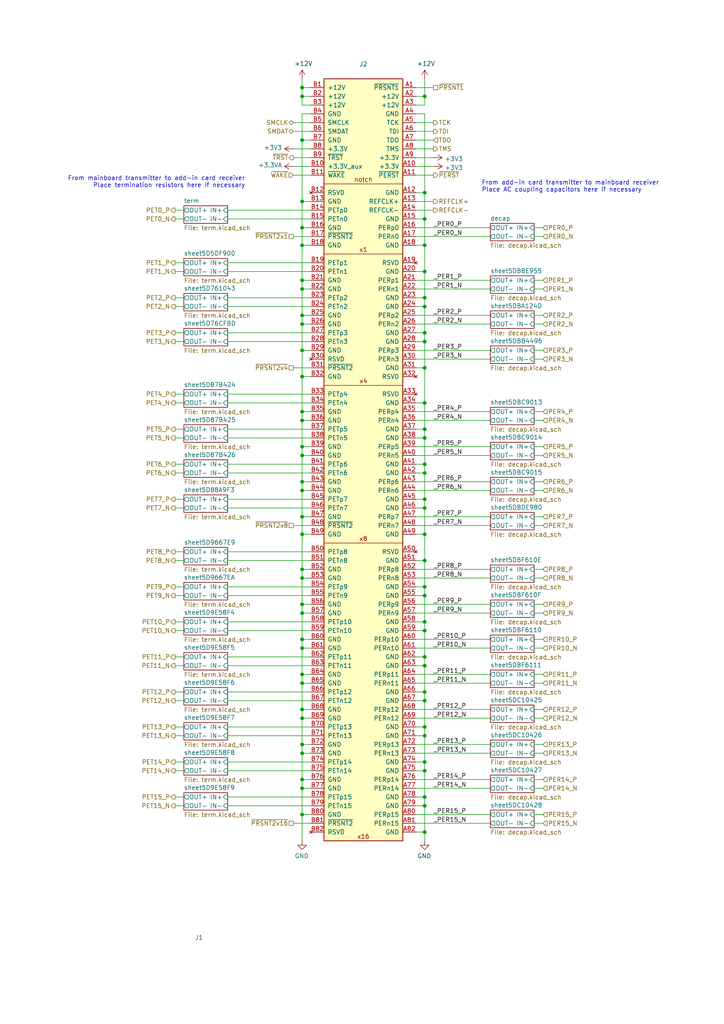
<source format=kicad_sch>
(kicad_sch (version 20211123) (generator eeschema)
  (paper "A4" portrait)
  (title_block (title "PCIexpress_x16_low") (company "Author: Luca Anastasio"))
  (lib_symbols
    (symbol "PCIexpress:PCIexpress_bracket" (pin_names (offset 1.016))
      (property "Reference" "J" (at 0 0 0))
      (property "Value" "PCIexpress_bracket" (at 0 0 0))
    )
    (symbol "PCIexpress:PCIexpress_x16" (pin_names (offset 1.016))
      (property "Reference" "J" (at 0 3.81 0))
      (property "Value" "PCIexpress_x16" (at 0 1.27 0))
      (symbol "PCIexpress_x16_0_0"
        (polyline (pts (xy 11.43 -134.62) (xy -11.43 -134.62)))
        (polyline (pts (xy 11.43 -88.9) (xy -11.43 -88.9)))
        (text "x16" (at 0 -219.71 0) (effects (font (size 1.27 1.27))))
        (text "x4" (at 0 -87.63 0) (effects (font (size 1.27 1.27))))
        (text "x8" (at 0 -133.35 0) (effects (font (size 1.27 1.27))))
      )
      (symbol "PCIexpress_x16_1_1"
        (polyline (pts (xy 11.43 -50.8) (xy -11.43 -50.8)))
        (polyline (pts (xy 11.43 -30.48) (xy -11.43 -30.48)))
        (rectangle (start 11.43 0) (end -11.43 -220.98) (stroke (width 0.254)) (fill (type background)))
        (text "notch" (at 0 -29.21 0) (effects (font (size 1.27 1.27))))
        (text "x1" (at 0 -49.53 0) (effects (font (size 1.27 1.27))))
        (pin passive line (at 15.24 -2.54 180) (length 3.81) (name "~{PRSNT1}") (number "A1"))
        (pin power_out line (at 15.24 -25.4 180) (length 3.81) (name "+3.3V") (number "A10"))
        (pin output line (at 15.24 -27.94 180) (length 3.81) (name "~{PERST}") (number "A11"))
        (pin power_out line (at 15.24 -33.02 180) (length 3.81) (name "GND") (number "A12"))
        (pin output line (at 15.24 -35.56 180) (length 3.81) (name "REFCLK+") (number "A13"))
        (pin output line (at 15.24 -38.1 180) (length 3.81) (name "REFCLK-") (number "A14"))
        (pin power_out line (at 15.24 -40.64 180) (length 3.81) (name "GND") (number "A15"))
        (pin input line (at 15.24 -43.18 180) (length 3.81) (name "PERp0") (number "A16"))
        (pin input line (at 15.24 -45.72 180) (length 3.81) (name "PERn0") (number "A17"))
        (pin power_out line (at 15.24 -48.26 180) (length 3.81) (name "GND") (number "A18"))
        (pin no_connect line (at 15.24 -53.34 180) (length 3.81) (name "RSVD") (number "A19"))
        (pin power_out line (at 15.24 -5.08 180) (length 3.81) (name "+12V") (number "A2"))
        (pin power_out line (at 15.24 -55.88 180) (length 3.81) (name "GND") (number "A20"))
        (pin input line (at 15.24 -58.42 180) (length 3.81) (name "PERp1") (number "A21"))
        (pin input line (at 15.24 -60.96 180) (length 3.81) (name "PERn1") (number "A22"))
        (pin power_out line (at 15.24 -63.5 180) (length 3.81) (name "GND") (number "A23"))
        (pin power_out line (at 15.24 -66.04 180) (length 3.81) (name "GND") (number "A24"))
        (pin input line (at 15.24 -68.58 180) (length 3.81) (name "PERp2") (number "A25"))
        (pin input line (at 15.24 -71.12 180) (length 3.81) (name "PERn2") (number "A26"))
        (pin power_out line (at 15.24 -73.66 180) (length 3.81) (name "GND") (number "A27"))
        (pin power_out line (at 15.24 -76.2 180) (length 3.81) (name "GND") (number "A28"))
        (pin input line (at 15.24 -78.74 180) (length 3.81) (name "PERp3") (number "A29"))
        (pin power_out line (at 15.24 -7.62 180) (length 3.81) (name "+12V") (number "A3"))
        (pin input line (at 15.24 -81.28 180) (length 3.81) (name "PERn3") (number "A30"))
        (pin power_out line (at 15.24 -83.82 180) (length 3.81) (name "GND") (number "A31"))
        (pin no_connect line (at 15.24 -86.36 180) (length 3.81) (name "RSVD") (number "A32"))
        (pin no_connect line (at 15.24 -91.44 180) (length 3.81) (name "RSVD") (number "A33"))
        (pin power_out line (at 15.24 -93.98 180) (length 3.81) (name "GND") (number "A34"))
        (pin input line (at 15.24 -96.52 180) (length 3.81) (name "PERp4") (number "A35"))
        (pin input line (at 15.24 -99.06 180) (length 3.81) (name "PERn4") (number "A36"))
        (pin power_out line (at 15.24 -101.6 180) (length 3.81) (name "GND") (number "A37"))
        (pin power_out line (at 15.24 -104.14 180) (length 3.81) (name "GND") (number "A38"))
        (pin input line (at 15.24 -106.68 180) (length 3.81) (name "PERp5") (number "A39"))
        (pin power_out line (at 15.24 -10.16 180) (length 3.81) (name "GND") (number "A4"))
        (pin input line (at 15.24 -109.22 180) (length 3.81) (name "PERn5") (number "A40"))
        (pin power_out line (at 15.24 -111.76 180) (length 3.81) (name "GND") (number "A41"))
        (pin power_out line (at 15.24 -114.3 180) (length 3.81) (name "GND") (number "A42"))
        (pin input line (at 15.24 -116.84 180) (length 3.81) (name "PERp6") (number "A43"))
        (pin input line (at 15.24 -119.38 180) (length 3.81) (name "PERn6") (number "A44"))
        (pin power_out line (at 15.24 -121.92 180) (length 3.81) (name "GND") (number "A45"))
        (pin power_out line (at 15.24 -124.46 180) (length 3.81) (name "GND") (number "A46"))
        (pin input line (at 15.24 -127 180) (length 3.81) (name "PERp7") (number "A47"))
        (pin input line (at 15.24 -129.54 180) (length 3.81) (name "PERn7") (number "A48"))
        (pin power_out line (at 15.24 -132.08 180) (length 3.81) (name "GND") (number "A49"))
        (pin output line (at 15.24 -12.7 180) (length 3.81) (name "TCK") (number "A5"))
        (pin no_connect line (at 15.24 -137.16 180) (length 3.81) (name "RSVD") (number "A50"))
        (pin power_out line (at 15.24 -139.7 180) (length 3.81) (name "GND") (number "A51"))
        (pin input line (at 15.24 -142.24 180) (length 3.81) (name "PERp8") (number "A52"))
        (pin input line (at 15.24 -144.78 180) (length 3.81) (name "PERn8") (number "A53"))
        (pin power_out line (at 15.24 -147.32 180) (length 3.81) (name "GND") (number "A54"))
        (pin power_out line (at 15.24 -149.86 180) (length 3.81) (name "GND") (number "A55"))
        (pin input line (at 15.24 -152.4 180) (length 3.81) (name "PERp9") (number "A56"))
        (pin input line (at 15.24 -154.94 180) (length 3.81) (name "PERn9") (number "A57"))
        (pin power_out line (at 15.24 -157.48 180) (length 3.81) (name "GND") (number "A58"))
        (pin power_out line (at 15.24 -160.02 180) (length 3.81) (name "GND") (number "A59"))
        (pin output line (at 15.24 -15.24 180) (length 3.81) (name "TDI") (number "A6"))
        (pin input line (at 15.24 -162.56 180) (length 3.81) (name "PERp10") (number "A60"))
        (pin input line (at 15.24 -165.1 180) (length 3.81) (name "PERn10") (number "A61"))
        (pin power_out line (at 15.24 -167.64 180) (length 3.81) (name "GND") (number "A62"))
        (pin power_out line (at 15.24 -170.18 180) (length 3.81) (name "GND") (number "A63"))
        (pin input line (at 15.24 -172.72 180) (length 3.81) (name "PERp11") (number "A64"))
        (pin input line (at 15.24 -175.26 180) (length 3.81) (name "PERn11") (number "A65"))
        (pin power_out line (at 15.24 -177.8 180) (length 3.81) (name "GND") (number "A66"))
        (pin power_out line (at 15.24 -180.34 180) (length 3.81) (name "GND") (number "A67"))
        (pin input line (at 15.24 -182.88 180) (length 3.81) (name "PERp12") (number "A68"))
        (pin input line (at 15.24 -185.42 180) (length 3.81) (name "PERn12") (number "A69"))
        (pin input line (at 15.24 -17.78 180) (length 3.81) (name "TDO") (number "A7"))
        (pin power_out line (at 15.24 -187.96 180) (length 3.81) (name "GND") (number "A70"))
        (pin power_out line (at 15.24 -190.5 180) (length 3.81) (name "GND") (number "A71"))
        (pin input line (at 15.24 -193.04 180) (length 3.81) (name "PERp13") (number "A72"))
        (pin input line (at 15.24 -195.58 180) (length 3.81) (name "PERn13") (number "A73"))
        (pin power_out line (at 15.24 -198.12 180) (length 3.81) (name "GND") (number "A74"))
        (pin power_out line (at 15.24 -200.66 180) (length 3.81) (name "GND") (number "A75"))
        (pin input line (at 15.24 -203.2 180) (length 3.81) (name "PERp14") (number "A76"))
        (pin input line (at 15.24 -205.74 180) (length 3.81) (name "PERn14") (number "A77"))
        (pin power_out line (at 15.24 -208.28 180) (length 3.81) (name "GND") (number "A78"))
        (pin power_out line (at 15.24 -210.82 180) (length 3.81) (name "GND") (number "A79"))
        (pin output line (at 15.24 -20.32 180) (length 3.81) (name "TMS") (number "A8"))
        (pin input line (at 15.24 -213.36 180) (length 3.81) (name "PERp15") (number "A80"))
        (pin input line (at 15.24 -215.9 180) (length 3.81) (name "PERn15") (number "A81"))
        (pin power_out line (at 15.24 -218.44 180) (length 3.81) (name "GND") (number "A82"))
        (pin power_out line (at 15.24 -22.86 180) (length 3.81) (name "+3.3V") (number "A9"))
        (pin power_out line (at -15.24 -2.54 0) (length 3.81) (name "+12V") (number "B1"))
        (pin power_out line (at -15.24 -25.4 0) (length 3.81) (name "+3.3V_aux") (number "B10"))
        (pin open_collector line (at -15.24 -27.94 0) (length 3.81) (name "~{WAKE}") (number "B11"))
        (pin no_connect line (at -15.24 -33.02 0) (length 3.81) (name "RSVD") (number "B12"))
        (pin power_out line (at -15.24 -35.56 0) (length 3.81) (name "GND") (number "B13"))
        (pin output line (at -15.24 -38.1 0) (length 3.81) (name "PETp0") (number "B14"))
        (pin output line (at -15.24 -40.64 0) (length 3.81) (name "PETn0") (number "B15"))
        (pin power_out line (at -15.24 -43.18 0) (length 3.81) (name "GND") (number "B16"))
        (pin passive line (at -15.24 -45.72 0) (length 3.81) (name "~{PRSNT2}") (number "B17"))
        (pin power_out line (at -15.24 -48.26 0) (length 3.81) (name "GND") (number "B18"))
        (pin output line (at -15.24 -53.34 0) (length 3.81) (name "PETp1") (number "B19"))
        (pin power_out line (at -15.24 -5.08 0) (length 3.81) (name "+12V") (number "B2"))
        (pin output line (at -15.24 -55.88 0) (length 3.81) (name "PETn1") (number "B20"))
        (pin power_out line (at -15.24 -58.42 0) (length 3.81) (name "GND") (number "B21"))
        (pin power_out line (at -15.24 -60.96 0) (length 3.81) (name "GND") (number "B22"))
        (pin output line (at -15.24 -63.5 0) (length 3.81) (name "PETp2") (number "B23"))
        (pin output line (at -15.24 -66.04 0) (length 3.81) (name "PETn2") (number "B24"))
        (pin power_out line (at -15.24 -68.58 0) (length 3.81) (name "GND") (number "B25"))
        (pin power_out line (at -15.24 -71.12 0) (length 3.81) (name "GND") (number "B26"))
        (pin output line (at -15.24 -73.66 0) (length 3.81) (name "PETp3") (number "B27"))
        (pin output line (at -15.24 -76.2 0) (length 3.81) (name "PETn3") (number "B28"))
        (pin power_out line (at -15.24 -78.74 0) (length 3.81) (name "GND") (number "B29"))
        (pin power_out line (at -15.24 -7.62 0) (length 3.81) (name "+12V") (number "B3"))
        (pin no_connect line (at -15.24 -81.28 0) (length 3.81) (name "RSVD") (number "B30"))
        (pin passive line (at -15.24 -83.82 0) (length 3.81) (name "~{PRSNT2}") (number "B31"))
        (pin power_out line (at -15.24 -86.36 0) (length 3.81) (name "GND") (number "B32"))
        (pin output line (at -15.24 -91.44 0) (length 3.81) (name "PETp4") (number "B33"))
        (pin output line (at -15.24 -93.98 0) (length 3.81) (name "PETn4") (number "B34"))
        (pin power_out line (at -15.24 -96.52 0) (length 3.81) (name "GND") (number "B35"))
        (pin power_out line (at -15.24 -99.06 0) (length 3.81) (name "GND") (number "B36"))
        (pin output line (at -15.24 -101.6 0) (length 3.81) (name "PETp5") (number "B37"))
        (pin output line (at -15.24 -104.14 0) (length 3.81) (name "PETn5") (number "B38"))
        (pin power_out line (at -15.24 -106.68 0) (length 3.81) (name "GND") (number "B39"))
        (pin power_out line (at -15.24 -10.16 0) (length 3.81) (name "GND") (number "B4"))
        (pin power_out line (at -15.24 -109.22 0) (length 3.81) (name "GND") (number "B40"))
        (pin output line (at -15.24 -111.76 0) (length 3.81) (name "PETp6") (number "B41"))
        (pin output line (at -15.24 -114.3 0) (length 3.81) (name "PETn6") (number "B42"))
        (pin power_out line (at -15.24 -116.84 0) (length 3.81) (name "GND") (number "B43"))
        (pin power_out line (at -15.24 -119.38 0) (length 3.81) (name "GND") (number "B44"))
        (pin output line (at -15.24 -121.92 0) (length 3.81) (name "PETp7") (number "B45"))
        (pin output line (at -15.24 -124.46 0) (length 3.81) (name "PETn7") (number "B46"))
        (pin power_out line (at -15.24 -127 0) (length 3.81) (name "GND") (number "B47"))
        (pin passive line (at -15.24 -129.54 0) (length 3.81) (name "~{PRSNT2}") (number "B48"))
        (pin power_out line (at -15.24 -132.08 0) (length 3.81) (name "GND") (number "B49"))
        (pin open_collector line (at -15.24 -12.7 0) (length 3.81) (name "SMCLK") (number "B5"))
        (pin output line (at -15.24 -137.16 0) (length 3.81) (name "PETp8") (number "B50"))
        (pin output line (at -15.24 -139.7 0) (length 3.81) (name "PETn8") (number "B51"))
        (pin power_out line (at -15.24 -142.24 0) (length 3.81) (name "GND") (number "B52"))
        (pin power_out line (at -15.24 -144.78 0) (length 3.81) (name "GND") (number "B53"))
        (pin output line (at -15.24 -147.32 0) (length 3.81) (name "PETp9") (number "B54"))
        (pin output line (at -15.24 -149.86 0) (length 3.81) (name "PETn9") (number "B55"))
        (pin power_out line (at -15.24 -152.4 0) (length 3.81) (name "GND") (number "B56"))
        (pin power_out line (at -15.24 -154.94 0) (length 3.81) (name "GND") (number "B57"))
        (pin output line (at -15.24 -157.48 0) (length 3.81) (name "PETp10") (number "B58"))
        (pin output line (at -15.24 -160.02 0) (length 3.81) (name "PETn10") (number "B59"))
        (pin open_collector line (at -15.24 -15.24 0) (length 3.81) (name "SMDAT") (number "B6"))
        (pin power_out line (at -15.24 -162.56 0) (length 3.81) (name "GND") (number "B60"))
        (pin power_out line (at -15.24 -165.1 0) (length 3.81) (name "GND") (number "B61"))
        (pin output line (at -15.24 -167.64 0) (length 3.81) (name "PETp11") (number "B62"))
        (pin output line (at -15.24 -170.18 0) (length 3.81) (name "PETn11") (number "B63"))
        (pin power_out line (at -15.24 -172.72 0) (length 3.81) (name "GND") (number "B64"))
        (pin power_out line (at -15.24 -175.26 0) (length 3.81) (name "GND") (number "B65"))
        (pin output line (at -15.24 -177.8 0) (length 3.81) (name "PETp12") (number "B66"))
        (pin output line (at -15.24 -180.34 0) (length 3.81) (name "PETn12") (number "B67"))
        (pin power_out line (at -15.24 -182.88 0) (length 3.81) (name "GND") (number "B68"))
        (pin power_out line (at -15.24 -185.42 0) (length 3.81) (name "GND") (number "B69"))
        (pin power_out line (at -15.24 -17.78 0) (length 3.81) (name "GND") (number "B7"))
        (pin output line (at -15.24 -187.96 0) (length 3.81) (name "PETp13") (number "B70"))
        (pin output line (at -15.24 -190.5 0) (length 3.81) (name "PETn13") (number "B71"))
        (pin power_out line (at -15.24 -193.04 0) (length 3.81) (name "GND") (number "B72"))
        (pin power_out line (at -15.24 -195.58 0) (length 3.81) (name "GND") (number "B73"))
        (pin output line (at -15.24 -198.12 0) (length 3.81) (name "PETp14") (number "B74"))
        (pin output line (at -15.24 -200.66 0) (length 3.81) (name "PETn14") (number "B75"))
        (pin power_out line (at -15.24 -203.2 0) (length 3.81) (name "GND") (number "B76"))
        (pin power_out line (at -15.24 -205.74 0) (length 3.81) (name "GND") (number "B77"))
        (pin output line (at -15.24 -208.28 0) (length 3.81) (name "PETp15") (number "B78"))
        (pin output line (at -15.24 -210.82 0) (length 3.81) (name "PETn15") (number "B79"))
        (pin power_out line (at -15.24 -20.32 0) (length 3.81) (name "+3.3V") (number "B8"))
        (pin power_out line (at -15.24 -213.36 0) (length 3.81) (name "GND") (number "B80"))
        (pin passive line (at -15.24 -215.9 0) (length 3.81) (name "~{PRSNT2}") (number "B81"))
        (pin no_connect line (at -15.24 -218.44 0) (length 3.81) (name "RSVD") (number "B82"))
        (pin output line (at -15.24 -22.86 0) (length 3.81) (name "~{TRST}") (number "B9"))
      )
    )
    (symbol "power:+12V" (power) (pin_names (offset 0))
      (property "Value" "+12V" (at 0 3.556 0))
      (symbol "+12V_0_1"
        (polyline (pts (xy -0.762 1.27) (xy 0 2.54)))
        (polyline (pts (xy 0 0) (xy 0 2.54)))
        (polyline (pts (xy 0 2.54) (xy 0.762 1.27)))
      )
      (symbol "+12V_1_1"
        (pin power_in line (at 0 0 90) (length 0) hide (name "+12V") (number "1"))
      )
    )
    (symbol "power:+3.3V" (power) (pin_names (offset 0))
      (property "Value" "+3.3V" (at 0 3.556 0))
      (symbol "+3.3V_0_1"
        (polyline (pts (xy -0.762 1.27) (xy 0 2.54)))
        (polyline (pts (xy 0 0) (xy 0 2.54)))
        (polyline (pts (xy 0 2.54) (xy 0.762 1.27)))
      )
      (symbol "+3.3V_1_1"
        (pin power_in line (at 0 0 90) (length 0) hide (name "+3V3") (number "1"))
      )
    )
    (symbol "power:+3.3VA" (power) (pin_names (offset 0))
      (property "Value" "+3.3VA" (at 0 3.556 0))
      (symbol "+3.3VA_0_1"
        (polyline (pts (xy -0.762 1.27) (xy 0 2.54)))
        (polyline (pts (xy 0 0) (xy 0 2.54)))
        (polyline (pts (xy 0 2.54) (xy 0.762 1.27)))
      )
      (symbol "+3.3VA_1_1"
        (pin power_in line (at 0 0 90) (length 0) hide (name "+3.3VA") (number "1"))
      )
    )
    (symbol "power:GND" (power) (pin_names (offset 0))
      (property "Value" "GND" (at 0 -3.81 0))
      (symbol "GND_0_1"
        (polyline (pts (xy 0 0) (xy 0 -1.27) (xy 1.27 -1.27) (xy 0 -2.54) (xy -1.27 -1.27) (xy 0 -1.27)))
      )
      (symbol "GND_1_1"
        (pin power_in line (at 0 0 270) (length 0) hide (name "GND") (number "1"))
      )
    )
  )
  (junction (at 123.19 233.68))
  (junction (at 87.63 236.22))
  (junction (at 123.19 170.18))
  (junction (at 123.19 99.06))
  (junction (at 123.19 96.52))
  (junction (at 87.63 149.86))
  (junction (at 123.19 71.12))
  (junction (at 123.19 231.14))
  (junction (at 123.19 203.2))
  (junction (at 87.63 40.64))
  (junction (at 123.19 190.5))
  (junction (at 123.19 127))
  (junction (at 123.19 124.46))
  (junction (at 87.63 177.8))
  (junction (at 87.63 109.22))
  (junction (at 87.63 81.28))
  (junction (at 123.19 172.72))
  (junction (at 87.63 198.12))
  (junction (at 87.63 208.28))
  (junction (at 123.19 154.94))
  (junction (at 123.19 55.88))
  (junction (at 123.19 106.68))
  (junction (at 87.63 25.4))
  (junction (at 123.19 27.94))
  (junction (at 123.19 210.82))
  (junction (at 87.63 139.7))
  (junction (at 87.63 27.94))
  (junction (at 87.63 187.96))
  (junction (at 87.63 226.06))
  (junction (at 87.63 132.08))
  (junction (at 123.19 241.3))
  (junction (at 87.63 58.42))
  (junction (at 123.19 200.66))
  (junction (at 87.63 205.74))
  (junction (at 123.19 223.52))
  (junction (at 87.63 185.42))
  (junction (at 87.63 175.26))
  (junction (at 87.63 215.9))
  (junction (at 123.19 147.32))
  (junction (at 123.19 116.84))
  (junction (at 87.63 91.44))
  (junction (at 123.19 182.88))
  (junction (at 87.63 121.92))
  (junction (at 123.19 180.34))
  (junction (at 87.63 218.44))
  (junction (at 87.63 119.38))
  (junction (at 87.63 129.54))
  (junction (at 123.19 193.04))
  (junction (at 87.63 167.64))
  (junction (at 123.19 162.56))
  (junction (at 123.19 86.36))
  (junction (at 87.63 93.98))
  (junction (at 87.63 165.1))
  (junction (at 123.19 220.98))
  (junction (at 87.63 101.6))
  (junction (at 123.19 144.78))
  (junction (at 87.63 83.82))
  (junction (at 87.63 142.24))
  (junction (at 123.19 134.62))
  (junction (at 123.19 88.9))
  (junction (at 123.19 213.36))
  (junction (at 87.63 228.6))
  (junction (at 87.63 71.12))
  (junction (at 123.19 63.5))
  (junction (at 123.19 137.16))
  (junction (at 87.63 195.58))
  (junction (at 123.19 78.74))
  (junction (at 87.63 154.94))
  (junction (at 87.63 66.04))
  (wire (pts (xy 120.65 132.08) (xy 142.24 132.08)))
  (wire (pts (xy 90.17 198.12) (xy 87.63 198.12)))
  (wire (pts (xy 66.04 180.34) (xy 90.17 180.34)))
  (wire (pts (xy 120.65 142.24) (xy 142.24 142.24)))
  (wire (pts (xy 154.94 205.74) (xy 157.48 205.74)))
  (wire (pts (xy 90.17 165.1) (xy 87.63 165.1)))
  (wire (pts (xy 50.8 203.2) (xy 53.34 203.2)))
  (wire (pts (xy 87.63 109.22) (xy 87.63 101.6)))
  (wire (pts (xy 123.19 78.74) (xy 123.19 86.36)))
  (wire (pts (xy 154.94 121.92) (xy 157.48 121.92)))
  (wire (pts (xy 123.19 223.52) (xy 123.19 231.14)))
  (wire (pts (xy 66.04 144.78) (xy 90.17 144.78)))
  (wire (pts (xy 120.65 147.32) (xy 123.19 147.32)))
  (wire (pts (xy 154.94 66.04) (xy 157.48 66.04)))
  (wire (pts (xy 120.65 60.96) (xy 125.73 60.96)))
  (wire (pts (xy 90.17 109.22) (xy 87.63 109.22)))
  (wire (pts (xy 123.19 96.52) (xy 123.19 99.06)))
  (wire (pts (xy 85.09 43.18) (xy 90.17 43.18)))
  (wire (pts (xy 154.94 195.58) (xy 157.48 195.58)))
  (wire (pts (xy 90.17 195.58) (xy 87.63 195.58)))
  (wire (pts (xy 154.94 152.4) (xy 157.48 152.4)))
  (wire (pts (xy 90.17 81.28) (xy 87.63 81.28)))
  (wire (pts (xy 123.19 213.36) (xy 123.19 220.98)))
  (wire (pts (xy 50.8 223.52) (xy 53.34 223.52)))
  (wire (pts (xy 66.04 190.5) (xy 90.17 190.5)))
  (wire (pts (xy 87.63 129.54) (xy 87.63 121.92)))
  (wire (pts (xy 123.19 193.04) (xy 123.19 200.66)))
  (wire (pts (xy 154.94 228.6) (xy 157.48 228.6)))
  (wire (pts (xy 87.63 195.58) (xy 87.63 187.96)))
  (wire (pts (xy 120.65 40.64) (xy 125.73 40.64)))
  (wire (pts (xy 87.63 93.98) (xy 87.63 91.44)))
  (wire (pts (xy 90.17 187.96) (xy 87.63 187.96)))
  (wire (pts (xy 50.8 182.88) (xy 53.34 182.88)))
  (wire (pts (xy 50.8 231.14) (xy 53.34 231.14)))
  (wire (pts (xy 50.8 116.84) (xy 53.34 116.84)))
  (wire (pts (xy 87.63 91.44) (xy 87.63 83.82)))
  (wire (pts (xy 123.19 33.02) (xy 123.19 55.88)))
  (wire (pts (xy 120.65 127) (xy 123.19 127)))
  (wire (pts (xy 154.94 198.12) (xy 157.48 198.12)))
  (wire (pts (xy 120.65 91.44) (xy 142.24 91.44)))
  (wire (pts (xy 87.63 226.06) (xy 87.63 218.44)))
  (wire (pts (xy 123.19 172.72) (xy 123.19 180.34)))
  (wire (pts (xy 120.65 236.22) (xy 142.24 236.22)))
  (wire (pts (xy 66.04 63.5) (xy 90.17 63.5)))
  (wire (pts (xy 154.94 83.82) (xy 157.48 83.82)))
  (wire (pts (xy 87.63 81.28) (xy 87.63 71.12)))
  (wire (pts (xy 120.65 149.86) (xy 142.24 149.86)))
  (wire (pts (xy 66.04 76.2) (xy 90.17 76.2)))
  (wire (pts (xy 87.63 66.04) (xy 87.63 58.42)))
  (wire (pts (xy 120.65 210.82) (xy 123.19 210.82)))
  (wire (pts (xy 85.09 48.26) (xy 90.17 48.26)))
  (wire (pts (xy 120.65 43.18) (xy 125.73 43.18)))
  (wire (pts (xy 154.94 68.58) (xy 157.48 68.58)))
  (wire (pts (xy 87.63 228.6) (xy 87.63 226.06)))
  (wire (pts (xy 90.17 149.86) (xy 87.63 149.86)))
  (wire (pts (xy 120.65 116.84) (xy 123.19 116.84)))
  (wire (pts (xy 90.17 58.42) (xy 87.63 58.42)))
  (wire (pts (xy 90.17 71.12) (xy 87.63 71.12)))
  (wire (pts (xy 66.04 116.84) (xy 90.17 116.84)))
  (wire (pts (xy 90.17 83.82) (xy 87.63 83.82)))
  (wire (pts (xy 154.94 238.76) (xy 157.48 238.76)))
  (wire (pts (xy 123.19 154.94) (xy 123.19 162.56)))
  (wire (pts (xy 120.65 198.12) (xy 142.24 198.12)))
  (wire (pts (xy 120.65 55.88) (xy 123.19 55.88)))
  (wire (pts (xy 50.8 172.72) (xy 53.34 172.72)))
  (wire (pts (xy 120.65 205.74) (xy 142.24 205.74)))
  (wire (pts (xy 90.17 177.8) (xy 87.63 177.8)))
  (wire (pts (xy 85.09 38.1) (xy 90.17 38.1)))
  (wire (pts (xy 123.19 233.68) (xy 123.19 241.3)))
  (wire (pts (xy 120.65 226.06) (xy 142.24 226.06)))
  (wire (pts (xy 154.94 215.9) (xy 157.48 215.9)))
  (wire (pts (xy 66.04 213.36) (xy 90.17 213.36)))
  (wire (pts (xy 154.94 185.42) (xy 157.48 185.42)))
  (wire (pts (xy 120.65 68.58) (xy 142.24 68.58)))
  (wire (pts (xy 120.65 134.62) (xy 123.19 134.62)))
  (wire (pts (xy 120.65 187.96) (xy 142.24 187.96)))
  (wire (pts (xy 154.94 187.96) (xy 157.48 187.96)))
  (wire (pts (xy 120.65 119.38) (xy 142.24 119.38)))
  (wire (pts (xy 90.17 68.58) (xy 85.09 68.58)))
  (wire (pts (xy 90.17 218.44) (xy 87.63 218.44)))
  (wire (pts (xy 154.94 101.6) (xy 157.48 101.6)))
  (wire (pts (xy 90.17 175.26) (xy 87.63 175.26)))
  (wire (pts (xy 120.65 124.46) (xy 123.19 124.46)))
  (wire (pts (xy 154.94 167.64) (xy 157.48 167.64)))
  (wire (pts (xy 87.63 154.94) (xy 87.63 149.86)))
  (wire (pts (xy 123.19 231.14) (xy 123.19 233.68)))
  (wire (pts (xy 120.65 71.12) (xy 123.19 71.12)))
  (wire (pts (xy 154.94 132.08) (xy 157.48 132.08)))
  (wire (pts (xy 123.19 210.82) (xy 123.19 213.36)))
  (wire (pts (xy 120.65 233.68) (xy 123.19 233.68)))
  (wire (pts (xy 154.94 91.44) (xy 157.48 91.44)))
  (wire (pts (xy 66.04 86.36) (xy 90.17 86.36)))
  (wire (pts (xy 87.63 25.4) (xy 87.63 22.86)))
  (wire (pts (xy 50.8 213.36) (xy 53.34 213.36)))
  (wire (pts (xy 154.94 104.14) (xy 157.48 104.14)))
  (wire (pts (xy 66.04 170.18) (xy 90.17 170.18)))
  (wire (pts (xy 87.63 27.94) (xy 87.63 25.4)))
  (wire (pts (xy 120.65 241.3) (xy 123.19 241.3)))
  (wire (pts (xy 90.17 93.98) (xy 87.63 93.98)))
  (wire (pts (xy 90.17 91.44) (xy 87.63 91.44)))
  (wire (pts (xy 120.65 213.36) (xy 123.19 213.36)))
  (wire (pts (xy 87.63 198.12) (xy 87.63 195.58)))
  (wire (pts (xy 50.8 160.02) (xy 53.34 160.02)))
  (wire (pts (xy 120.65 81.28) (xy 142.24 81.28)))
  (wire (pts (xy 123.19 147.32) (xy 123.19 154.94)))
  (wire (pts (xy 66.04 78.74) (xy 90.17 78.74)))
  (wire (pts (xy 120.65 152.4) (xy 142.24 152.4)))
  (wire (pts (xy 123.19 88.9) (xy 123.19 96.52)))
  (wire (pts (xy 85.09 152.4) (xy 90.17 152.4)))
  (wire (pts (xy 66.04 223.52) (xy 90.17 223.52)))
  (wire (pts (xy 123.19 180.34) (xy 120.65 180.34)))
  (wire (pts (xy 87.63 243.84) (xy 87.63 236.22)))
  (wire (pts (xy 120.65 121.92) (xy 142.24 121.92)))
  (wire (pts (xy 120.65 25.4) (xy 125.73 25.4)))
  (wire (pts (xy 87.63 218.44) (xy 87.63 215.9)))
  (wire (pts (xy 90.17 121.92) (xy 87.63 121.92)))
  (wire (pts (xy 50.8 180.34) (xy 53.34 180.34)))
  (wire (pts (xy 120.65 129.54) (xy 142.24 129.54)))
  (wire (pts (xy 50.8 124.46) (xy 53.34 124.46)))
  (wire (pts (xy 87.63 165.1) (xy 87.63 154.94)))
  (wire (pts (xy 50.8 63.5) (xy 53.34 63.5)))
  (wire (pts (xy 85.09 35.56) (xy 90.17 35.56)))
  (wire (pts (xy 120.65 63.5) (xy 123.19 63.5)))
  (wire (pts (xy 123.19 162.56) (xy 123.19 170.18)))
  (wire (pts (xy 154.94 129.54) (xy 157.48 129.54)))
  (wire (pts (xy 120.65 170.18) (xy 123.19 170.18)))
  (wire (pts (xy 120.65 35.56) (xy 125.73 35.56)))
  (wire (pts (xy 154.94 149.86) (xy 157.48 149.86)))
  (wire (pts (xy 123.19 200.66) (xy 123.19 203.2)))
  (wire (pts (xy 66.04 114.3) (xy 90.17 114.3)))
  (wire (pts (xy 87.63 71.12) (xy 87.63 66.04)))
  (wire (pts (xy 50.8 147.32) (xy 53.34 147.32)))
  (wire (pts (xy 120.65 96.52) (xy 123.19 96.52)))
  (wire (pts (xy 66.04 99.06) (xy 90.17 99.06)))
  (wire (pts (xy 120.65 86.36) (xy 123.19 86.36)))
  (wire (pts (xy 120.65 228.6) (xy 142.24 228.6)))
  (wire (pts (xy 50.8 96.52) (xy 53.34 96.52)))
  (wire (pts (xy 120.65 88.9) (xy 123.19 88.9)))
  (wire (pts (xy 123.19 30.48) (xy 123.19 27.94)))
  (wire (pts (xy 90.17 30.48) (xy 87.63 30.48)))
  (wire (pts (xy 123.19 220.98) (xy 123.19 223.52)))
  (wire (pts (xy 50.8 193.04) (xy 53.34 193.04)))
  (wire (pts (xy 120.65 223.52) (xy 123.19 223.52)))
  (wire (pts (xy 50.8 76.2) (xy 53.34 76.2)))
  (wire (pts (xy 87.63 167.64) (xy 87.63 165.1)))
  (wire (pts (xy 50.8 127) (xy 53.34 127)))
  (wire (pts (xy 123.19 86.36) (xy 123.19 88.9)))
  (wire (pts (xy 90.17 205.74) (xy 87.63 205.74)))
  (wire (pts (xy 120.65 182.88) (xy 123.19 182.88)))
  (wire (pts (xy 50.8 144.78) (xy 53.34 144.78)))
  (wire (pts (xy 120.65 200.66) (xy 123.19 200.66)))
  (wire (pts (xy 120.65 104.14) (xy 142.24 104.14)))
  (wire (pts (xy 50.8 137.16) (xy 53.34 137.16)))
  (wire (pts (xy 66.04 172.72) (xy 90.17 172.72)))
  (wire (pts (xy 66.04 147.32) (xy 90.17 147.32)))
  (wire (pts (xy 123.19 241.3) (xy 123.19 243.84)))
  (wire (pts (xy 87.63 58.42) (xy 87.63 40.64)))
  (wire (pts (xy 120.65 30.48) (xy 123.19 30.48)))
  (wire (pts (xy 90.17 208.28) (xy 87.63 208.28)))
  (wire (pts (xy 66.04 162.56) (xy 90.17 162.56)))
  (wire (pts (xy 123.19 180.34) (xy 123.19 182.88)))
  (wire (pts (xy 154.94 119.38) (xy 157.48 119.38)))
  (wire (pts (xy 120.65 48.26) (xy 125.73 48.26)))
  (wire (pts (xy 123.19 22.86) (xy 123.19 27.94)))
  (wire (pts (xy 66.04 134.62) (xy 90.17 134.62)))
  (wire (pts (xy 85.09 238.76) (xy 90.17 238.76)))
  (wire (pts (xy 120.65 154.94) (xy 123.19 154.94)))
  (wire (pts (xy 90.17 129.54) (xy 87.63 129.54)))
  (wire (pts (xy 90.17 167.64) (xy 87.63 167.64)))
  (wire (pts (xy 120.65 165.1) (xy 142.24 165.1)))
  (wire (pts (xy 123.19 106.68) (xy 123.19 116.84)))
  (wire (pts (xy 66.04 231.14) (xy 90.17 231.14)))
  (wire (pts (xy 66.04 60.96) (xy 90.17 60.96)))
  (wire (pts (xy 154.94 139.7) (xy 157.48 139.7)))
  (wire (pts (xy 120.65 66.04) (xy 142.24 66.04)))
  (wire (pts (xy 120.65 175.26) (xy 142.24 175.26)))
  (wire (pts (xy 123.19 63.5) (xy 123.19 71.12)))
  (wire (pts (xy 154.94 165.1) (xy 157.48 165.1)))
  (wire (pts (xy 120.65 193.04) (xy 123.19 193.04)))
  (wire (pts (xy 87.63 175.26) (xy 87.63 167.64)))
  (wire (pts (xy 123.19 134.62) (xy 123.19 137.16)))
  (wire (pts (xy 90.17 236.22) (xy 87.63 236.22)))
  (wire (pts (xy 87.63 236.22) (xy 87.63 228.6)))
  (wire (pts (xy 87.63 101.6) (xy 87.63 93.98)))
  (wire (pts (xy 87.63 139.7) (xy 87.63 132.08)))
  (wire (pts (xy 90.17 119.38) (xy 87.63 119.38)))
  (wire (pts (xy 120.65 137.16) (xy 123.19 137.16)))
  (wire (pts (xy 123.19 137.16) (xy 123.19 144.78)))
  (wire (pts (xy 154.94 175.26) (xy 157.48 175.26)))
  (wire (pts (xy 66.04 88.9) (xy 90.17 88.9)))
  (wire (pts (xy 90.17 142.24) (xy 87.63 142.24)))
  (wire (pts (xy 87.63 208.28) (xy 87.63 205.74)))
  (wire (pts (xy 120.65 78.74) (xy 123.19 78.74)))
  (wire (pts (xy 123.19 127) (xy 123.19 134.62)))
  (wire (pts (xy 87.63 205.74) (xy 87.63 198.12)))
  (wire (pts (xy 123.19 182.88) (xy 123.19 190.5)))
  (wire (pts (xy 120.65 231.14) (xy 123.19 231.14)))
  (wire (pts (xy 85.09 106.68) (xy 90.17 106.68)))
  (wire (pts (xy 66.04 124.46) (xy 90.17 124.46)))
  (wire (pts (xy 120.65 162.56) (xy 123.19 162.56)))
  (wire (pts (xy 87.63 149.86) (xy 87.63 142.24)))
  (wire (pts (xy 123.19 99.06) (xy 123.19 106.68)))
  (wire (pts (xy 87.63 132.08) (xy 87.63 129.54)))
  (wire (pts (xy 66.04 220.98) (xy 90.17 220.98)))
  (wire (pts (xy 66.04 193.04) (xy 90.17 193.04)))
  (wire (pts (xy 50.8 86.36) (xy 53.34 86.36)))
  (wire (pts (xy 50.8 233.68) (xy 53.34 233.68)))
  (wire (pts (xy 50.8 60.96) (xy 53.34 60.96)))
  (wire (pts (xy 87.63 83.82) (xy 87.63 81.28)))
  (wire (pts (xy 90.17 101.6) (xy 87.63 101.6)))
  (wire (pts (xy 154.94 218.44) (xy 157.48 218.44)))
  (wire (pts (xy 90.17 139.7) (xy 87.63 139.7)))
  (wire (pts (xy 123.19 190.5) (xy 123.19 193.04)))
  (wire (pts (xy 50.8 200.66) (xy 53.34 200.66)))
  (wire (pts (xy 120.65 195.58) (xy 142.24 195.58)))
  (wire (pts (xy 50.8 170.18) (xy 53.34 170.18)))
  (wire (pts (xy 90.17 185.42) (xy 87.63 185.42)))
  (wire (pts (xy 50.8 114.3) (xy 53.34 114.3)))
  (wire (pts (xy 50.8 134.62) (xy 53.34 134.62)))
  (wire (pts (xy 87.63 33.02) (xy 90.17 33.02)))
  (wire (pts (xy 66.04 160.02) (xy 90.17 160.02)))
  (wire (pts (xy 120.65 58.42) (xy 125.73 58.42)))
  (wire (pts (xy 66.04 96.52) (xy 90.17 96.52)))
  (wire (pts (xy 87.63 187.96) (xy 87.63 185.42)))
  (wire (pts (xy 120.65 215.9) (xy 142.24 215.9)))
  (wire (pts (xy 66.04 200.66) (xy 90.17 200.66)))
  (wire (pts (xy 120.65 218.44) (xy 142.24 218.44)))
  (wire (pts (xy 123.19 203.2) (xy 123.19 210.82)))
  (wire (pts (xy 120.65 177.8) (xy 142.24 177.8)))
  (wire (pts (xy 123.19 55.88) (xy 123.19 63.5)))
  (wire (pts (xy 90.17 132.08) (xy 87.63 132.08)))
  (wire (pts (xy 123.19 144.78) (xy 123.19 147.32)))
  (wire (pts (xy 154.94 81.28) (xy 157.48 81.28)))
  (wire (pts (xy 120.65 203.2) (xy 123.19 203.2)))
  (wire (pts (xy 87.63 177.8) (xy 87.63 175.26)))
  (wire (pts (xy 154.94 177.8) (xy 157.48 177.8)))
  (wire (pts (xy 66.04 182.88) (xy 90.17 182.88)))
  (wire (pts (xy 154.94 93.98) (xy 157.48 93.98)))
  (wire (pts (xy 50.8 190.5) (xy 53.34 190.5)))
  (wire (pts (xy 154.94 226.06) (xy 157.48 226.06)))
  (wire (pts (xy 66.04 210.82) (xy 90.17 210.82)))
  (wire (pts (xy 90.17 40.64) (xy 87.63 40.64)))
  (wire (pts (xy 66.04 137.16) (xy 90.17 137.16)))
  (wire (pts (xy 120.65 190.5) (xy 123.19 190.5)))
  (wire (pts (xy 123.19 33.02) (xy 120.65 33.02)))
  (wire (pts (xy 66.04 203.2) (xy 90.17 203.2)))
  (wire (pts (xy 123.19 124.46) (xy 123.19 127)))
  (wire (pts (xy 87.63 121.92) (xy 87.63 119.38)))
  (wire (pts (xy 87.63 185.42) (xy 87.63 177.8)))
  (wire (pts (xy 90.17 25.4) (xy 87.63 25.4)))
  (wire (pts (xy 120.65 101.6) (xy 142.24 101.6)))
  (wire (pts (xy 120.65 38.1) (xy 125.73 38.1)))
  (wire (pts (xy 120.65 83.82) (xy 142.24 83.82)))
  (wire (pts (xy 87.63 40.64) (xy 87.63 33.02)))
  (wire (pts (xy 50.8 162.56) (xy 53.34 162.56)))
  (wire (pts (xy 154.94 236.22) (xy 157.48 236.22)))
  (wire (pts (xy 120.65 208.28) (xy 142.24 208.28)))
  (wire (pts (xy 120.65 238.76) (xy 142.24 238.76)))
  (wire (pts (xy 87.63 215.9) (xy 87.63 208.28)))
  (wire (pts (xy 90.17 66.04) (xy 87.63 66.04)))
  (wire (pts (xy 66.04 127) (xy 90.17 127)))
  (wire (pts (xy 120.65 45.72) (xy 125.73 45.72)))
  (wire (pts (xy 123.19 71.12) (xy 123.19 78.74)))
  (wire (pts (xy 90.17 228.6) (xy 87.63 228.6)))
  (wire (pts (xy 85.09 45.72) (xy 90.17 45.72)))
  (wire (pts (xy 154.94 142.24) (xy 157.48 142.24)))
  (wire (pts (xy 123.19 27.94) (xy 120.65 27.94)))
  (wire (pts (xy 123.19 116.84) (xy 123.19 124.46)))
  (wire (pts (xy 87.63 27.94) (xy 90.17 27.94)))
  (wire (pts (xy 87.63 142.24) (xy 87.63 139.7)))
  (wire (pts (xy 50.8 220.98) (xy 53.34 220.98)))
  (wire (pts (xy 120.65 106.68) (xy 123.19 106.68)))
  (wire (pts (xy 50.8 210.82) (xy 53.34 210.82)))
  (wire (pts (xy 50.8 99.06) (xy 53.34 99.06)))
  (wire (pts (xy 120.65 139.7) (xy 142.24 139.7)))
  (wire (pts (xy 87.63 119.38) (xy 87.63 109.22)))
  (wire (pts (xy 120.65 167.64) (xy 142.24 167.64)))
  (wire (pts (xy 90.17 215.9) (xy 87.63 215.9)))
  (wire (pts (xy 120.65 50.8) (xy 125.73 50.8)))
  (wire (pts (xy 90.17 226.06) (xy 87.63 226.06)))
  (wire (pts (xy 120.65 172.72) (xy 123.19 172.72)))
  (wire (pts (xy 85.09 50.8) (xy 90.17 50.8)))
  (wire (pts (xy 120.65 185.42) (xy 142.24 185.42)))
  (wire (pts (xy 87.63 30.48) (xy 87.63 27.94)))
  (wire (pts (xy 123.19 220.98) (xy 120.65 220.98)))
  (wire (pts (xy 50.8 88.9) (xy 53.34 88.9)))
  (wire (pts (xy 90.17 154.94) (xy 87.63 154.94)))
  (wire (pts (xy 50.8 78.74) (xy 53.34 78.74)))
  (wire (pts (xy 66.04 233.68) (xy 90.17 233.68)))
  (wire (pts (xy 120.65 93.98) (xy 142.24 93.98)))
  (wire (pts (xy 123.19 170.18) (xy 123.19 172.72)))
  (wire (pts (xy 120.65 99.06) (xy 123.19 99.06)))
  (wire (pts (xy 120.65 144.78) (xy 123.19 144.78)))
  (wire (pts (xy 154.94 208.28) (xy 157.48 208.28)))
  (text "From mainboard transmitter to add-in card receiver\nPlace termination resistors here if necessary" (at 71.12 54.61 0) (effects (font (size 1.27 1.27)) (justify right bottom)))
  (text "From add-in card transmitter to mainboard receiver\nPlace AC coupling capacitors here if necessary" (at 139.7 55.88 0) (effects (font (size 1.27 1.27)) (justify left bottom)))
  (label "_PER15_P" (at 125.73 236.22 0))
  (label "_PER10_P" (at 125.73 185.42 0))
  (label "_PER6_P" (at 125.73 139.7 0))
  (label "_PER1_N" (at 125.73 83.82 0))
  (label "_PER9_N" (at 125.73 177.8 0))
  (label "_PER8_P" (at 125.73 165.1 0))
  (label "_PER12_P" (at 125.73 205.74 0))
  (label "_PER5_P" (at 125.73 129.54 0))
  (label "_PER2_P" (at 125.73 91.44 0))
  (label "_PER4_N" (at 125.73 121.92 0))
  (label "_PER9_P" (at 125.73 175.26 0))
  (label "_PER5_N" (at 125.73 132.08 0))
  (label "_PER6_N" (at 125.73 142.24 0))
  (label "_PER7_N" (at 125.73 152.4 0))
  (label "_PER0_N" (at 125.73 68.58 0))
  (label "_PER14_N" (at 125.73 228.6 0))
  (label "_PER13_P" (at 125.73 215.9 0))
  (label "_PER3_P" (at 125.73 101.6 0))
  (label "_PER1_P" (at 125.73 81.28 0))
  (label "_PER0_P" (at 125.73 66.04 0))
  (label "_PER13_N" (at 125.73 218.44 0))
  (label "_PER7_P" (at 125.73 149.86 0))
  (label "_PER10_N" (at 125.73 187.96 0))
  (label "_PER11_N" (at 125.73 198.12 0))
  (label "_PER14_P" (at 125.73 226.06 0))
  (label "_PER15_N" (at 125.73 238.76 0))
  (label "_PER12_N" (at 125.73 208.28 0))
  (label "_PER8_N" (at 125.73 167.64 0))
  (label "_PER11_P" (at 125.73 195.58 0))
  (label "_PER3_N" (at 125.73 104.14 0))
  (label "_PER4_P" (at 125.73 119.38 0))
  (label "_PER2_N" (at 125.73 93.98 0))
  (hierarchical_label "TMS" (shape output) (at 125.73 43.18 0))
  (hierarchical_label "PER4_N" (shape input) (at 157.48 121.92 0))
  (hierarchical_label "PER14_P" (shape input) (at 157.48 226.06 0))
  (hierarchical_label "~{PRSNT2x4}" (shape passive) (at 85.09 106.68 180))
  (hierarchical_label "PER9_P" (shape input) (at 157.48 175.26 0))
  (hierarchical_label "PET0_P" (shape output) (at 50.8 60.96 180))
  (hierarchical_label "PET6_N" (shape output) (at 50.8 137.16 180))
  (hierarchical_label "PET2_P" (shape output) (at 50.8 86.36 180))
  (hierarchical_label "REFCLK-" (shape output) (at 125.73 60.96 0))
  (hierarchical_label "~{PRSNT2x16}" (shape passive) (at 85.09 238.76 180))
  (hierarchical_label "PER12_P" (shape input) (at 157.48 205.74 0))
  (hierarchical_label "~{PRSNT1}" (shape passive) (at 125.73 25.4 0))
  (hierarchical_label "PER0_P" (shape input) (at 157.48 66.04 0))
  (hierarchical_label "TDO" (shape input) (at 125.73 40.64 0))
  (hierarchical_label "PER10_P" (shape input) (at 157.48 185.42 0))
  (hierarchical_label "PER10_N" (shape input) (at 157.48 187.96 0))
  (hierarchical_label "PER0_N" (shape input) (at 157.48 68.58 0))
  (hierarchical_label "PET15_N" (shape output) (at 50.8 233.68 180))
  (hierarchical_label "~{TRST}" (shape output) (at 85.09 45.72 180))
  (hierarchical_label "~{WAKE}" (shape input) (at 85.09 50.8 180))
  (hierarchical_label "PET1_P" (shape output) (at 50.8 76.2 180))
  (hierarchical_label "PER8_N" (shape input) (at 157.48 167.64 0))
  (hierarchical_label "PER13_P" (shape input) (at 157.48 215.9 0))
  (hierarchical_label "PER3_N" (shape input) (at 157.48 104.14 0))
  (hierarchical_label "PET4_P" (shape output) (at 50.8 114.3 180))
  (hierarchical_label "SMDAT" (shape bidirectional) (at 85.09 38.1 180))
  (hierarchical_label "PER8_P" (shape input) (at 157.48 165.1 0))
  (hierarchical_label "REFCLK+" (shape output) (at 125.73 58.42 0))
  (hierarchical_label "~{PRSNT2x8}" (shape passive) (at 85.09 152.4 180))
  (hierarchical_label "PET10_N" (shape output) (at 50.8 182.88 180))
  (hierarchical_label "PER11_P" (shape input) (at 157.48 195.58 0))
  (hierarchical_label "PER6_P" (shape input) (at 157.48 139.7 0))
  (hierarchical_label "PET9_N" (shape output) (at 50.8 172.72 180))
  (hierarchical_label "PET3_P" (shape output) (at 50.8 96.52 180))
  (hierarchical_label "PER4_P" (shape input) (at 157.48 119.38 0))
  (hierarchical_label "TDI" (shape output) (at 125.73 38.1 0))
  (hierarchical_label "PET14_P" (shape output) (at 50.8 220.98 180))
  (hierarchical_label "PER1_P" (shape input) (at 157.48 81.28 0))
  (hierarchical_label "PET11_N" (shape output) (at 50.8 193.04 180))
  (hierarchical_label "PER5_P" (shape input) (at 157.48 129.54 0))
  (hierarchical_label "PET13_N" (shape output) (at 50.8 213.36 180))
  (hierarchical_label "PER9_N" (shape input) (at 157.48 177.8 0))
  (hierarchical_label "PER14_N" (shape input) (at 157.48 228.6 0))
  (hierarchical_label "PER12_N" (shape input) (at 157.48 208.28 0))
  (hierarchical_label "PER7_N" (shape input) (at 157.48 152.4 0))
  (hierarchical_label "PER7_P" (shape input) (at 157.48 149.86 0))
  (hierarchical_label "PET5_N" (shape output) (at 50.8 127 180))
  (hierarchical_label "PET3_N" (shape output) (at 50.8 99.06 180))
  (hierarchical_label "~{PRSNT2x1}" (shape passive) (at 85.09 68.58 180))
  (hierarchical_label "PET14_N" (shape output) (at 50.8 223.52 180))
  (hierarchical_label "PET7_P" (shape output) (at 50.8 144.78 180))
  (hierarchical_label "PET12_P" (shape output) (at 50.8 200.66 180))
  (hierarchical_label "PET10_P" (shape output) (at 50.8 180.34 180))
  (hierarchical_label "PER3_P" (shape input) (at 157.48 101.6 0))
  (hierarchical_label "PER2_P" (shape input) (at 157.48 91.44 0))
  (hierarchical_label "PET2_N" (shape output) (at 50.8 88.9 180))
  (hierarchical_label "PET15_P" (shape output) (at 50.8 231.14 180))
  (hierarchical_label "~{PERST}" (shape output) (at 125.73 50.8 0))
  (hierarchical_label "PET11_P" (shape output) (at 50.8 190.5 180))
  (hierarchical_label "PER1_N" (shape input) (at 157.48 83.82 0))
  (hierarchical_label "PET8_P" (shape output) (at 50.8 160.02 180))
  (hierarchical_label "PER6_N" (shape input) (at 157.48 142.24 0))
  (hierarchical_label "PET7_N" (shape output) (at 50.8 147.32 180))
  (hierarchical_label "PER5_N" (shape input) (at 157.48 132.08 0))
  (hierarchical_label "SMCLK" (shape bidirectional) (at 85.09 35.56 180))
  (hierarchical_label "TCK" (shape output) (at 125.73 35.56 0))
  (hierarchical_label "PET6_P" (shape output) (at 50.8 134.62 180))
  (hierarchical_label "PET9_P" (shape output) (at 50.8 170.18 180))
  (hierarchical_label "PET1_N" (shape output) (at 50.8 78.74 180))
  (hierarchical_label "PET5_P" (shape output) (at 50.8 124.46 180))
  (hierarchical_label "PET0_N" (shape output) (at 50.8 63.5 180))
  (hierarchical_label "PER2_N" (shape input) (at 157.48 93.98 0))
  (hierarchical_label "PET13_P" (shape output) (at 50.8 210.82 180))
  (hierarchical_label "PER13_N" (shape input) (at 157.48 218.44 0))
  (hierarchical_label "PER15_N" (shape input) (at 157.48 238.76 0))
  (hierarchical_label "PET8_N" (shape output) (at 50.8 162.56 180))
  (hierarchical_label "PET4_N" (shape output) (at 50.8 116.84 180))
  (hierarchical_label "PER15_P" (shape input) (at 157.48 236.22 0))
  (hierarchical_label "PER11_N" (shape input) (at 157.48 198.12 0))
  (hierarchical_label "PET12_N" (shape output) (at 50.8 203.2 180))
  (symbol (lib_id "PCIexpress:PCIexpress_bracket") (at 55.88 273.05 0) (unit 1)
    (property "Reference" "J1" (at 56.515 271.8816 0) (effects (justify left)))
  )
  (symbol (lib_id "PCIexpress:PCIexpress_x16") (at 105.41 22.86 0) (unit 1)
    (property "Reference" "J2" (at 105.41 18.6182 0))
  )
  (symbol (lib_id "power:GND") (at 87.63 243.84 0) (mirror y) (unit 1)
    (property "Reference" "#PWR0101" (effects hide))
  )
  (symbol (lib_id "power:GND") (at 123.19 243.84 0) (mirror y) (unit 1)
    (property "Reference" "#PWR0102" (effects hide))
  )
  (symbol (lib_id "power:+3.3V") (at 85.09 43.18 90) (unit 1)
    (property "Reference" "#PWR?" (effects hide))
  )
  (symbol (lib_id "power:+3.3V") (at 125.73 45.72 270) (unit 1)
    (property "Reference" "#PWR?" (effects hide))
  )
  (symbol (lib_id "power:+3.3V") (at 125.73 48.26 270) (unit 1)
    (property "Reference" "#PWR?" (effects hide))
  )
  (symbol (lib_id "power:+3.3VA") (at 85.09 48.26 90) (unit 1)
    (property "Reference" "#PWR?" (effects hide))
  )
  (symbol (lib_id "power:+12V") (at 87.63 22.86 0) (unit 1)
    (property "Reference" "#PWR?" (effects hide))
  )
  (symbol (lib_id "power:+12V") (at 123.19 22.86 0) (unit 1)
    (property "Reference" "#PWR?" (effects hide))
  )
  (sheet (at 53.34 59.69) (size 12.7 5.08)
    (property "Sheet name" "term" (at 53.34 58.9784 0) (effects (justify left bottom)))
    (property "Sheet file" "term.kicad_sch" (at 53.34 65.3546 0) (effects (justify left top)))
    (pin "IN+" input (at 66.04 60.96 0))
    (pin "IN-" input (at 66.04 63.5 0))
    (pin "OUT+" output (at 53.34 60.96 180))
    (pin "OUT-" output (at 53.34 63.5 180))
  )
  (sheet (at 53.34 74.93) (size 12.7 5.08)
    (property "Sheet name" "sheet5D5DF900" (at 53.34 74.2184 0) (effects (justify left bottom)))
    (property "Sheet file" "term.kicad_sch" (at 53.34 80.5946 0) (effects (justify left top)))
    (pin "IN+" input (at 66.04 76.2 0))
    (pin "IN-" input (at 66.04 78.74 0))
    (pin "OUT+" output (at 53.34 76.2 180))
    (pin "OUT-" output (at 53.34 78.74 180))
  )
  (sheet (at 53.34 85.09) (size 12.7 5.08)
    (property "Sheet name" "sheet5D761043" (at 53.34 84.3784 0) (effects (justify left bottom)))
    (property "Sheet file" "term.kicad_sch" (at 53.34 90.7546 0) (effects (justify left top)))
    (pin "IN+" input (at 66.04 86.36 0))
    (pin "IN-" input (at 66.04 88.9 0))
    (pin "OUT+" output (at 53.34 86.36 180))
    (pin "OUT-" output (at 53.34 88.9 180))
  )
  (sheet (at 53.34 95.25) (size 12.7 5.08)
    (property "Sheet name" "sheet5D76CFBD" (at 53.34 94.5384 0) (effects (justify left bottom)))
    (property "Sheet file" "term.kicad_sch" (at 53.34 100.9146 0) (effects (justify left top)))
    (pin "IN+" input (at 66.04 96.52 0))
    (pin "IN-" input (at 66.04 99.06 0))
    (pin "OUT+" output (at 53.34 96.52 180))
    (pin "OUT-" output (at 53.34 99.06 180))
  )
  (sheet (at 53.34 113.03) (size 12.7 5.08)
    (property "Sheet name" "sheet5D87B424" (at 53.34 112.3184 0) (effects (justify left bottom)))
    (property "Sheet file" "term.kicad_sch" (at 53.34 118.6946 0) (effects (justify left top)))
    (pin "IN+" input (at 66.04 114.3 0))
    (pin "IN-" input (at 66.04 116.84 0))
    (pin "OUT+" output (at 53.34 114.3 180))
    (pin "OUT-" output (at 53.34 116.84 180))
  )
  (sheet (at 53.34 123.19) (size 12.7 5.08)
    (property "Sheet name" "sheet5D87B425" (at 53.34 122.4784 0) (effects (justify left bottom)))
    (property "Sheet file" "term.kicad_sch" (at 53.34 128.8546 0) (effects (justify left top)))
    (pin "IN+" input (at 66.04 124.46 0))
    (pin "IN-" input (at 66.04 127 0))
    (pin "OUT+" output (at 53.34 124.46 180))
    (pin "OUT-" output (at 53.34 127 180))
  )
  (sheet (at 53.34 133.35) (size 12.7 5.08)
    (property "Sheet name" "sheet5D87B426" (at 53.34 132.6384 0) (effects (justify left bottom)))
    (property "Sheet file" "term.kicad_sch" (at 53.34 139.0146 0) (effects (justify left top)))
    (pin "IN+" input (at 66.04 134.62 0))
    (pin "IN-" input (at 66.04 137.16 0))
    (pin "OUT+" output (at 53.34 134.62 180))
    (pin "OUT-" output (at 53.34 137.16 180))
  )
  (sheet (at 53.34 143.51) (size 12.7 5.08)
    (property "Sheet name" "sheet5D88A9F3" (at 53.34 142.7984 0) (effects (justify left bottom)))
    (property "Sheet file" "term.kicad_sch" (at 53.34 149.1746 0) (effects (justify left top)))
    (pin "IN+" input (at 66.04 144.78 0))
    (pin "IN-" input (at 66.04 147.32 0))
    (pin "OUT+" output (at 53.34 144.78 180))
    (pin "OUT-" output (at 53.34 147.32 180))
  )
  (sheet (at 53.34 158.75) (size 12.7 5.08)
    (property "Sheet name" "sheet5D9667E9" (at 53.34 158.0384 0) (effects (justify left bottom)))
    (property "Sheet file" "term.kicad_sch" (at 53.34 164.4146 0) (effects (justify left top)))
    (pin "IN+" input (at 66.04 160.02 0))
    (pin "IN-" input (at 66.04 162.56 0))
    (pin "OUT+" output (at 53.34 160.02 180))
    (pin "OUT-" output (at 53.34 162.56 180))
  )
  (sheet (at 53.34 168.91) (size 12.7 5.08)
    (property "Sheet name" "sheet5D9667EA" (at 53.34 168.1984 0) (effects (justify left bottom)))
    (property "Sheet file" "term.kicad_sch" (at 53.34 174.5746 0) (effects (justify left top)))
    (pin "IN+" input (at 66.04 170.18 0))
    (pin "IN-" input (at 66.04 172.72 0))
    (pin "OUT+" output (at 53.34 170.18 180))
    (pin "OUT-" output (at 53.34 172.72 180))
  )
  (sheet (at 53.34 179.07) (size 12.7 5.08)
    (property "Sheet name" "sheet5D9E58F4" (at 53.34 178.3584 0) (effects (justify left bottom)))
    (property "Sheet file" "term.kicad_sch" (at 53.34 184.7346 0) (effects (justify left top)))
    (pin "IN+" input (at 66.04 180.34 0))
    (pin "IN-" input (at 66.04 182.88 0))
    (pin "OUT+" output (at 53.34 180.34 180))
    (pin "OUT-" output (at 53.34 182.88 180))
  )
  (sheet (at 53.34 189.23) (size 12.7 5.08)
    (property "Sheet name" "sheet5D9E58F5" (at 53.34 188.5184 0) (effects (justify left bottom)))
    (property "Sheet file" "term.kicad_sch" (at 53.34 194.8946 0) (effects (justify left top)))
    (pin "IN+" input (at 66.04 190.5 0))
    (pin "IN-" input (at 66.04 193.04 0))
    (pin "OUT+" output (at 53.34 190.5 180))
    (pin "OUT-" output (at 53.34 193.04 180))
  )
  (sheet (at 53.34 199.39) (size 12.7 5.08)
    (property "Sheet name" "sheet5D9E58F6" (at 53.34 198.6784 0) (effects (justify left bottom)))
    (property "Sheet file" "term.kicad_sch" (at 53.34 205.0546 0) (effects (justify left top)))
    (pin "IN+" input (at 66.04 200.66 0))
    (pin "IN-" input (at 66.04 203.2 0))
    (pin "OUT+" output (at 53.34 200.66 180))
    (pin "OUT-" output (at 53.34 203.2 180))
  )
  (sheet (at 53.34 209.55) (size 12.7 5.08)
    (property "Sheet name" "sheet5D9E58F7" (at 53.34 208.8384 0) (effects (justify left bottom)))
    (property "Sheet file" "term.kicad_sch" (at 53.34 215.2146 0) (effects (justify left top)))
    (pin "IN+" input (at 66.04 210.82 0))
    (pin "IN-" input (at 66.04 213.36 0))
    (pin "OUT+" output (at 53.34 210.82 180))
    (pin "OUT-" output (at 53.34 213.36 180))
  )
  (sheet (at 53.34 219.71) (size 12.7 5.08)
    (property "Sheet name" "sheet5D9E58F8" (at 53.34 218.9984 0) (effects (justify left bottom)))
    (property "Sheet file" "term.kicad_sch" (at 53.34 225.3746 0) (effects (justify left top)))
    (pin "IN+" input (at 66.04 220.98 0))
    (pin "IN-" input (at 66.04 223.52 0))
    (pin "OUT+" output (at 53.34 220.98 180))
    (pin "OUT-" output (at 53.34 223.52 180))
  )
  (sheet (at 53.34 229.87) (size 12.7 5.08)
    (property "Sheet name" "sheet5D9E58F9" (at 53.34 229.1584 0) (effects (justify left bottom)))
    (property "Sheet file" "term.kicad_sch" (at 53.34 235.5346 0) (effects (justify left top)))
    (pin "IN+" input (at 66.04 231.14 0))
    (pin "IN-" input (at 66.04 233.68 0))
    (pin "OUT+" output (at 53.34 231.14 180))
    (pin "OUT-" output (at 53.34 233.68 180))
  )
  (sheet (at 142.24 64.77) (size 12.7 5.08)
    (property "Sheet name" "decap" (at 142.24 64.0584 0) (effects (justify left bottom)))
    (property "Sheet file" "decap.kicad_sch" (at 142.24 70.4346 0) (effects (justify left top)))
    (pin "IN+" input (at 154.94 66.04 0))
    (pin "OUT+" output (at 142.24 66.04 180))
    (pin "OUT-" output (at 142.24 68.58 180))
    (pin "IN-" input (at 154.94 68.58 0))
  )
  (sheet (at 142.24 80.01) (size 12.7 5.08)
    (property "Sheet name" "sheet5DB8E955" (at 142.24 79.2984 0) (effects (justify left bottom)))
    (property "Sheet file" "decap.kicad_sch" (at 142.24 85.6746 0) (effects (justify left top)))
    (pin "IN+" input (at 154.94 81.28 0))
    (pin "OUT+" output (at 142.24 81.28 180))
    (pin "OUT-" output (at 142.24 83.82 180))
    (pin "IN-" input (at 154.94 83.82 0))
  )
  (sheet (at 142.24 90.17) (size 12.7 5.08)
    (property "Sheet name" "sheet5DBA124D" (at 142.24 89.4584 0) (effects (justify left bottom)))
    (property "Sheet file" "decap.kicad_sch" (at 142.24 95.8346 0) (effects (justify left top)))
    (pin "IN+" input (at 154.94 91.44 0))
    (pin "OUT+" output (at 142.24 91.44 180))
    (pin "OUT-" output (at 142.24 93.98 180))
    (pin "IN-" input (at 154.94 93.98 0))
  )
  (sheet (at 142.24 100.33) (size 12.7 5.08)
    (property "Sheet name" "sheet5DBB4496" (at 142.24 99.6184 0) (effects (justify left bottom)))
    (property "Sheet file" "decap.kicad_sch" (at 142.24 105.9946 0) (effects (justify left top)))
    (pin "IN+" input (at 154.94 101.6 0))
    (pin "OUT+" output (at 142.24 101.6 180))
    (pin "OUT-" output (at 142.24 104.14 180))
    (pin "IN-" input (at 154.94 104.14 0))
  )
  (sheet (at 142.24 118.11) (size 12.7 5.08)
    (property "Sheet name" "sheet5DBC9013" (at 142.24 117.3984 0) (effects (justify left bottom)))
    (property "Sheet file" "decap.kicad_sch" (at 142.24 123.7746 0) (effects (justify left top)))
    (pin "IN+" input (at 154.94 119.38 0))
    (pin "OUT+" output (at 142.24 119.38 180))
    (pin "OUT-" output (at 142.24 121.92 180))
    (pin "IN-" input (at 154.94 121.92 0))
  )
  (sheet (at 142.24 128.27) (size 12.7 5.08)
    (property "Sheet name" "sheet5DBC9014" (at 142.24 127.5584 0) (effects (justify left bottom)))
    (property "Sheet file" "decap.kicad_sch" (at 142.24 133.9346 0) (effects (justify left top)))
    (pin "IN+" input (at 154.94 129.54 0))
    (pin "OUT+" output (at 142.24 129.54 180))
    (pin "OUT-" output (at 142.24 132.08 180))
    (pin "IN-" input (at 154.94 132.08 0))
  )
  (sheet (at 142.24 138.43) (size 12.7 5.08)
    (property "Sheet name" "sheet5DBC9015" (at 142.24 137.7184 0) (effects (justify left bottom)))
    (property "Sheet file" "decap.kicad_sch" (at 142.24 144.0946 0) (effects (justify left top)))
    (pin "IN+" input (at 154.94 139.7 0))
    (pin "OUT+" output (at 142.24 139.7 180))
    (pin "OUT-" output (at 142.24 142.24 180))
    (pin "IN-" input (at 154.94 142.24 0))
  )
  (sheet (at 142.24 148.59) (size 12.7 5.08)
    (property "Sheet name" "sheet5DBDE980" (at 142.24 147.8784 0) (effects (justify left bottom)))
    (property "Sheet file" "decap.kicad_sch" (at 142.24 154.2546 0) (effects (justify left top)))
    (pin "IN+" input (at 154.94 149.86 0))
    (pin "OUT+" output (at 142.24 149.86 180))
    (pin "OUT-" output (at 142.24 152.4 180))
    (pin "IN-" input (at 154.94 152.4 0))
  )
  (sheet (at 142.24 163.83) (size 12.7 5.08)
    (property "Sheet name" "sheet5DBF610E" (at 142.24 163.1184 0) (effects (justify left bottom)))
    (property "Sheet file" "decap.kicad_sch" (at 142.24 169.4946 0) (effects (justify left top)))
    (pin "IN+" input (at 154.94 165.1 0))
    (pin "OUT+" output (at 142.24 165.1 180))
    (pin "OUT-" output (at 142.24 167.64 180))
    (pin "IN-" input (at 154.94 167.64 0))
  )
  (sheet (at 142.24 173.99) (size 12.7 5.08)
    (property "Sheet name" "sheet5DBF610F" (at 142.24 173.2784 0) (effects (justify left bottom)))
    (property "Sheet file" "decap.kicad_sch" (at 142.24 179.6546 0) (effects (justify left top)))
    (pin "IN+" input (at 154.94 175.26 0))
    (pin "OUT+" output (at 142.24 175.26 180))
    (pin "OUT-" output (at 142.24 177.8 180))
    (pin "IN-" input (at 154.94 177.8 0))
  )
  (sheet (at 142.24 184.15) (size 12.7 5.08)
    (property "Sheet name" "sheet5DBF6110" (at 142.24 183.4384 0) (effects (justify left bottom)))
    (property "Sheet file" "decap.kicad_sch" (at 142.24 189.8146 0) (effects (justify left top)))
    (pin "IN+" input (at 154.94 185.42 0))
    (pin "OUT+" output (at 142.24 185.42 180))
    (pin "OUT-" output (at 142.24 187.96 180))
    (pin "IN-" input (at 154.94 187.96 0))
  )
  (sheet (at 142.24 194.31) (size 12.7 5.08)
    (property "Sheet name" "sheet5DBF6111" (at 142.24 193.5984 0) (effects (justify left bottom)))
    (property "Sheet file" "decap.kicad_sch" (at 142.24 199.9746 0) (effects (justify left top)))
    (pin "IN+" input (at 154.94 195.58 0))
    (pin "OUT+" output (at 142.24 195.58 180))
    (pin "OUT-" output (at 142.24 198.12 180))
    (pin "IN-" input (at 154.94 198.12 0))
  )
  (sheet (at 142.24 204.47) (size 12.7 5.08)
    (property "Sheet name" "sheet5DC10425" (at 142.24 203.7584 0) (effects (justify left bottom)))
    (property "Sheet file" "decap.kicad_sch" (at 142.24 210.1346 0) (effects (justify left top)))
    (pin "IN+" input (at 154.94 205.74 0))
    (pin "OUT+" output (at 142.24 205.74 180))
    (pin "OUT-" output (at 142.24 208.28 180))
    (pin "IN-" input (at 154.94 208.28 0))
  )
  (sheet (at 142.24 214.63) (size 12.7 5.08)
    (property "Sheet name" "sheet5DC10426" (at 142.24 213.9184 0) (effects (justify left bottom)))
    (property "Sheet file" "decap.kicad_sch" (at 142.24 220.2946 0) (effects (justify left top)))
    (pin "IN+" input (at 154.94 215.9 0))
    (pin "OUT+" output (at 142.24 215.9 180))
    (pin "OUT-" output (at 142.24 218.44 180))
    (pin "IN-" input (at 154.94 218.44 0))
  )
  (sheet (at 142.24 224.79) (size 12.7 5.08)
    (property "Sheet name" "sheet5DC10427" (at 142.24 224.0784 0) (effects (justify left bottom)))
    (property "Sheet file" "decap.kicad_sch" (at 142.24 230.4546 0) (effects (justify left top)))
    (pin "IN+" input (at 154.94 226.06 0))
    (pin "OUT+" output (at 142.24 226.06 180))
    (pin "OUT-" output (at 142.24 228.6 180))
    (pin "IN-" input (at 154.94 228.6 0))
  )
  (sheet (at 142.24 234.95) (size 12.7 5.08)
    (property "Sheet name" "sheet5DC10428" (at 142.24 234.2384 0) (effects (justify left bottom)))
    (property "Sheet file" "decap.kicad_sch" (at 142.24 240.6146 0) (effects (justify left top)))
    (pin "IN+" input (at 154.94 236.22 0))
    (pin "OUT+" output (at 142.24 236.22 180))
    (pin "OUT-" output (at 142.24 238.76 180))
    (pin "IN-" input (at 154.94 238.76 0))
  )
)
</source>
